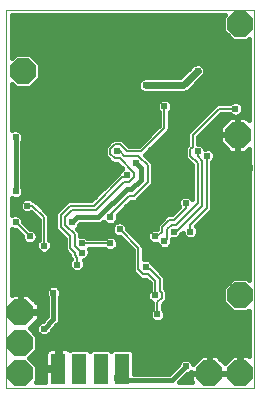
<source format=gbl>
G75*
%MOIN*%
%OFA0B0*%
%FSLAX24Y24*%
%IPPOS*%
%LPD*%
%AMOC8*
5,1,8,0,0,1.08239X$1,22.5*
%
%ADD10C,0.0000*%
%ADD11OC8,0.0850*%
%ADD12R,0.0500X0.1000*%
%ADD13C,0.0160*%
%ADD14C,0.0238*%
%ADD15C,0.0079*%
%ADD16C,0.0240*%
D10*
X001917Y001425D02*
X001917Y014023D01*
X010185Y014023D01*
X010185Y001425D01*
X001917Y001425D01*
D11*
X002389Y001897D03*
X002389Y002921D03*
X002389Y003945D03*
X002468Y011976D03*
X009712Y013551D03*
X009633Y009850D03*
X009712Y004496D03*
X009712Y001897D03*
X008689Y001897D03*
D12*
X005775Y002055D03*
X005067Y002055D03*
X004358Y002055D03*
X003649Y002055D03*
D13*
X003604Y002072D02*
X002954Y002072D01*
X002954Y002131D02*
X002677Y002409D01*
X002954Y002687D01*
X002954Y003155D01*
X002705Y003405D01*
X002994Y003694D01*
X002994Y003925D01*
X002409Y003925D01*
X002409Y003965D01*
X002369Y003965D01*
X002369Y004550D01*
X002139Y004550D01*
X002097Y004508D01*
X002097Y006712D01*
X002180Y006678D01*
X002237Y006678D01*
X002445Y006470D01*
X002445Y006413D01*
X002485Y006318D01*
X002558Y006245D01*
X002653Y006205D01*
X002756Y006205D01*
X002851Y006245D01*
X002924Y006318D01*
X002963Y006413D01*
X002963Y006516D01*
X002924Y006611D01*
X002851Y006684D01*
X002756Y006723D01*
X002699Y006723D01*
X002491Y006931D01*
X002491Y006988D01*
X002452Y007083D01*
X002379Y007156D01*
X002283Y007196D01*
X002180Y007196D01*
X002097Y007161D01*
X002097Y007736D01*
X002180Y007701D01*
X002283Y007701D01*
X002379Y007741D01*
X002452Y007814D01*
X002491Y007909D01*
X002491Y008012D01*
X002452Y008106D01*
X002452Y009626D01*
X002491Y009720D01*
X002491Y009823D01*
X002452Y009918D01*
X002379Y009991D01*
X002283Y010030D01*
X002180Y010030D01*
X002097Y009996D01*
X002097Y011548D01*
X002234Y011411D01*
X002702Y011411D01*
X003033Y011742D01*
X003033Y012210D01*
X002702Y012541D01*
X002234Y012541D01*
X002097Y012404D01*
X002097Y013843D01*
X009206Y013843D01*
X009147Y013785D01*
X009147Y013317D01*
X009478Y012986D01*
X009946Y012986D01*
X010005Y013044D01*
X010005Y010335D01*
X009884Y010455D01*
X009653Y010455D01*
X009653Y009870D01*
X009613Y009870D01*
X009613Y009830D01*
X009028Y009830D01*
X009028Y009600D01*
X009383Y009245D01*
X009613Y009245D01*
X009613Y009830D01*
X009653Y009830D01*
X009653Y009245D01*
X009884Y009245D01*
X010005Y009366D01*
X010005Y005002D01*
X009946Y005061D01*
X009478Y005061D01*
X009147Y004730D01*
X009147Y004262D01*
X009478Y003931D01*
X009946Y003931D01*
X010005Y003989D01*
X010005Y002461D01*
X009963Y002502D01*
X009732Y002502D01*
X009732Y001917D01*
X009692Y001917D01*
X009692Y001877D01*
X009107Y001877D01*
X008709Y001877D01*
X008709Y001917D01*
X009692Y001917D01*
X009692Y002502D01*
X009462Y002502D01*
X009200Y002241D01*
X008939Y002502D01*
X008709Y002502D01*
X008709Y001917D01*
X008669Y001917D01*
X008669Y001877D01*
X008084Y001877D01*
X008084Y001647D01*
X008125Y001605D01*
X007684Y001605D01*
X007954Y001875D01*
X008048Y001914D01*
X008084Y001950D01*
X008084Y001917D01*
X008669Y001917D01*
X008669Y002502D01*
X008438Y002502D01*
X008149Y002213D01*
X008121Y002280D01*
X008048Y002353D01*
X007953Y002393D01*
X007850Y002393D01*
X007754Y002353D01*
X007682Y002280D01*
X007643Y002186D01*
X007338Y001881D01*
X006165Y001881D01*
X006165Y002613D01*
X006083Y002695D01*
X005467Y002695D01*
X005421Y002649D01*
X005375Y002695D01*
X004759Y002695D01*
X004712Y002649D01*
X004666Y002695D01*
X004050Y002695D01*
X004032Y002677D01*
X004010Y002699D01*
X003969Y002723D01*
X003923Y002735D01*
X003694Y002735D01*
X003694Y002100D01*
X003604Y002100D01*
X003604Y002010D01*
X003219Y002010D01*
X003219Y001605D01*
X002896Y001605D01*
X002954Y001663D01*
X002954Y002131D01*
X002855Y002231D02*
X003219Y002231D01*
X003219Y002100D02*
X003604Y002100D01*
X003604Y002735D01*
X003376Y002735D01*
X003330Y002723D01*
X003289Y002699D01*
X003255Y002665D01*
X003231Y002624D01*
X003219Y002579D01*
X003219Y002100D01*
X003219Y001914D02*
X002954Y001914D01*
X002954Y001755D02*
X003219Y001755D01*
X003219Y002389D02*
X002697Y002389D01*
X002815Y002548D02*
X003219Y002548D01*
X003301Y002706D02*
X002954Y002706D01*
X002954Y002865D02*
X010005Y002865D01*
X010005Y003023D02*
X002954Y003023D01*
X002928Y003182D02*
X003022Y003182D01*
X003030Y003174D02*
X003125Y003134D01*
X003228Y003134D01*
X003324Y003174D01*
X003396Y003247D01*
X003435Y003341D01*
X003712Y003617D01*
X003712Y004429D01*
X003751Y004523D01*
X003751Y004626D01*
X003711Y004721D01*
X003638Y004794D01*
X003543Y004834D01*
X003440Y004834D01*
X003345Y004794D01*
X003272Y004721D01*
X003233Y004626D01*
X003233Y004523D01*
X003272Y004429D01*
X003272Y003800D01*
X003124Y003652D01*
X003030Y003613D01*
X002957Y003540D01*
X002918Y003445D01*
X002918Y003342D01*
X002957Y003247D01*
X003030Y003174D01*
X002918Y003340D02*
X002769Y003340D01*
X002799Y003499D02*
X002940Y003499D01*
X002958Y003657D02*
X003129Y003657D01*
X002994Y003816D02*
X003272Y003816D01*
X003272Y003974D02*
X002994Y003974D01*
X002994Y003965D02*
X002994Y004195D01*
X002640Y004550D01*
X002409Y004550D01*
X002409Y003965D01*
X002994Y003965D01*
X002994Y004133D02*
X003272Y004133D01*
X003272Y004291D02*
X002898Y004291D01*
X002740Y004450D02*
X003263Y004450D01*
X003233Y004608D02*
X002097Y004608D01*
X002097Y004767D02*
X003318Y004767D01*
X003492Y004575D02*
X003492Y003708D01*
X003177Y003393D01*
X003331Y003182D02*
X010005Y003182D01*
X010005Y003340D02*
X003435Y003340D01*
X003593Y003499D02*
X010005Y003499D01*
X010005Y003657D02*
X007114Y003657D01*
X007103Y003646D02*
X007176Y003719D01*
X007215Y003814D01*
X007215Y003917D01*
X007176Y004013D01*
X007136Y004053D01*
X007136Y004185D01*
X007188Y004238D01*
X007293Y004343D01*
X007293Y004649D01*
X007214Y004728D01*
X007214Y005121D01*
X006899Y005436D01*
X006806Y005529D01*
X006782Y005587D01*
X006709Y005660D01*
X006614Y005700D01*
X006511Y005700D01*
X006506Y005698D01*
X006506Y006145D01*
X005956Y006695D01*
X005956Y006752D01*
X005916Y006847D01*
X005843Y006920D01*
X005748Y006960D01*
X005645Y006960D01*
X005591Y006937D01*
X005601Y006947D01*
X005641Y007043D01*
X005641Y007146D01*
X005631Y007169D01*
X006086Y007624D01*
X006243Y007624D01*
X006348Y007729D01*
X006821Y008201D01*
X006821Y008901D01*
X006716Y009006D01*
X006541Y009181D01*
X007267Y009907D01*
X007372Y010012D01*
X007372Y010608D01*
X007412Y010648D01*
X007452Y010743D01*
X007452Y010847D01*
X007412Y010942D01*
X007339Y011015D01*
X007244Y011054D01*
X007141Y011054D01*
X007046Y011015D01*
X006973Y010942D01*
X006933Y010847D01*
X006933Y010743D01*
X006973Y010648D01*
X007013Y010608D01*
X007013Y010161D01*
X006331Y009478D01*
X006007Y009478D01*
X005771Y009715D01*
X005465Y009715D01*
X005360Y009609D01*
X005307Y009557D01*
X005202Y009452D01*
X005202Y009146D01*
X005360Y008988D01*
X005465Y008883D01*
X005622Y008883D01*
X005780Y008725D01*
X005713Y008658D01*
X005689Y008600D01*
X005596Y008507D01*
X004756Y007667D01*
X003969Y007667D01*
X003654Y007352D01*
X003549Y007247D01*
X003549Y006705D01*
X003654Y006600D01*
X003864Y006390D01*
X003864Y005996D01*
X003969Y005891D01*
X004021Y005839D01*
X004021Y005760D01*
X004087Y005694D01*
X004060Y005666D01*
X004020Y005571D01*
X004020Y005468D01*
X004060Y005373D01*
X004132Y005300D01*
X004228Y005260D01*
X004331Y005260D01*
X004426Y005300D01*
X004499Y005373D01*
X004538Y005468D01*
X004538Y005571D01*
X004501Y005660D01*
X004583Y005694D01*
X004656Y005766D01*
X004696Y005862D01*
X004696Y005965D01*
X004661Y006049D01*
X005195Y006049D01*
X005235Y006008D01*
X005330Y005969D01*
X005433Y005969D01*
X005528Y006008D01*
X005601Y006081D01*
X005641Y006177D01*
X005641Y006280D01*
X005601Y006375D01*
X005528Y006448D01*
X005433Y006487D01*
X005330Y006487D01*
X005235Y006448D01*
X005195Y006407D01*
X004624Y006407D01*
X004583Y006448D01*
X004488Y006487D01*
X004385Y006487D01*
X004380Y006485D01*
X004380Y006617D01*
X004275Y006722D01*
X004274Y006723D01*
X004341Y006790D01*
X004376Y006874D01*
X005079Y006874D01*
X005159Y006954D01*
X005162Y006947D01*
X005235Y006875D01*
X005330Y006835D01*
X005433Y006835D01*
X005487Y006858D01*
X005477Y006847D01*
X005437Y006752D01*
X005437Y006649D01*
X005477Y006554D01*
X005550Y006481D01*
X005645Y006441D01*
X005702Y006441D01*
X006147Y005996D01*
X006147Y005288D01*
X006252Y005183D01*
X006410Y005025D01*
X006567Y005025D01*
X006698Y004894D01*
X006698Y004683D01*
X006658Y004643D01*
X006619Y004547D01*
X006619Y004444D01*
X006658Y004349D01*
X006731Y004276D01*
X006777Y004257D01*
X006777Y004053D01*
X006737Y004013D01*
X006697Y003917D01*
X006697Y003814D01*
X006737Y003719D01*
X006810Y003646D01*
X006905Y003607D01*
X007008Y003607D01*
X007103Y003646D01*
X007215Y003816D02*
X010005Y003816D01*
X009990Y003974D02*
X010005Y003974D01*
X009435Y003974D02*
X007192Y003974D01*
X007136Y004133D02*
X009276Y004133D01*
X009147Y004291D02*
X007242Y004291D01*
X007293Y004450D02*
X009147Y004450D01*
X009147Y004608D02*
X007293Y004608D01*
X007214Y004767D02*
X009184Y004767D01*
X009343Y004925D02*
X007214Y004925D01*
X007214Y005084D02*
X010005Y005084D01*
X010005Y005242D02*
X007093Y005242D01*
X006935Y005401D02*
X010005Y005401D01*
X010005Y005559D02*
X006794Y005559D01*
X006506Y005718D02*
X010005Y005718D01*
X010005Y005876D02*
X006506Y005876D01*
X006506Y006035D02*
X010005Y006035D01*
X010005Y006193D02*
X007426Y006193D01*
X007412Y006160D02*
X007452Y006255D01*
X007452Y006358D01*
X007451Y006361D01*
X007451Y006365D01*
X007456Y006363D01*
X007559Y006363D01*
X007654Y006402D01*
X007727Y006475D01*
X007751Y006533D01*
X007766Y006547D01*
X007800Y006582D01*
X007800Y006570D01*
X007839Y006475D01*
X007912Y006402D01*
X008007Y006363D01*
X008110Y006363D01*
X008205Y006402D01*
X008278Y006475D01*
X008318Y006570D01*
X008318Y006673D01*
X008278Y006769D01*
X008251Y006796D01*
X008789Y007335D01*
X008789Y008954D01*
X008829Y008995D01*
X008869Y009090D01*
X008869Y009193D01*
X008829Y009288D01*
X008757Y009361D01*
X008661Y009401D01*
X008558Y009401D01*
X008537Y009392D01*
X008514Y009446D01*
X008442Y009519D01*
X008346Y009558D01*
X008317Y009558D01*
X008317Y009776D01*
X009078Y010537D01*
X009368Y010537D01*
X009408Y010497D01*
X009503Y010457D01*
X009606Y010457D01*
X009701Y010497D01*
X009774Y010570D01*
X009814Y010665D01*
X009814Y010768D01*
X009774Y010863D01*
X009701Y010936D01*
X009606Y010975D01*
X009503Y010975D01*
X009408Y010936D01*
X009368Y010896D01*
X008929Y010896D01*
X008063Y010030D01*
X007958Y009924D01*
X007958Y009531D01*
X007879Y009452D01*
X007879Y009067D01*
X008116Y008831D01*
X008116Y007719D01*
X008048Y007786D01*
X007953Y007826D01*
X007850Y007826D01*
X007754Y007786D01*
X007682Y007713D01*
X007642Y007618D01*
X007642Y007515D01*
X007675Y007436D01*
X007433Y007195D01*
X007276Y007195D01*
X007039Y006959D01*
X006934Y006854D01*
X006934Y006721D01*
X006929Y006723D01*
X006826Y006723D01*
X006731Y006684D01*
X006658Y006611D01*
X006619Y006516D01*
X006619Y006413D01*
X006658Y006318D01*
X006731Y006245D01*
X006826Y006205D01*
X006929Y006205D01*
X006951Y006214D01*
X006973Y006160D01*
X007046Y006087D01*
X007141Y006048D01*
X007244Y006048D01*
X007339Y006087D01*
X007412Y006160D01*
X007452Y006352D02*
X010005Y006352D01*
X010005Y006510D02*
X008293Y006510D01*
X008318Y006669D02*
X010005Y006669D01*
X010005Y006827D02*
X008282Y006827D01*
X008440Y006986D02*
X010005Y006986D01*
X010005Y007144D02*
X008599Y007144D01*
X008757Y007303D02*
X010005Y007303D01*
X010005Y007461D02*
X008789Y007461D01*
X008789Y007620D02*
X010005Y007620D01*
X010005Y007778D02*
X008789Y007778D01*
X008789Y007937D02*
X010005Y007937D01*
X010005Y008095D02*
X008789Y008095D01*
X008789Y008254D02*
X010005Y008254D01*
X010005Y008412D02*
X008789Y008412D01*
X008789Y008571D02*
X010005Y008571D01*
X010005Y008729D02*
X008789Y008729D01*
X008789Y008888D02*
X010005Y008888D01*
X010005Y009046D02*
X008851Y009046D01*
X008864Y009205D02*
X010005Y009205D01*
X010002Y009363D02*
X010005Y009363D01*
X009653Y009363D02*
X009613Y009363D01*
X009613Y009522D02*
X009653Y009522D01*
X009653Y009680D02*
X009613Y009680D01*
X009613Y009839D02*
X008380Y009839D01*
X008317Y009680D02*
X009028Y009680D01*
X009106Y009522D02*
X008434Y009522D01*
X008751Y009363D02*
X009265Y009363D01*
X009028Y009870D02*
X009613Y009870D01*
X009613Y010455D01*
X009383Y010455D01*
X009028Y010101D01*
X009028Y009870D01*
X009028Y009997D02*
X008538Y009997D01*
X008697Y010156D02*
X009083Y010156D01*
X009242Y010314D02*
X008855Y010314D01*
X009014Y010473D02*
X009466Y010473D01*
X009644Y010473D02*
X010005Y010473D01*
X010005Y010631D02*
X009800Y010631D01*
X009805Y010790D02*
X010005Y010790D01*
X010005Y010948D02*
X009672Y010948D01*
X009438Y010948D02*
X007406Y010948D01*
X007452Y010790D02*
X008823Y010790D01*
X008665Y010631D02*
X007395Y010631D01*
X007372Y010473D02*
X008506Y010473D01*
X008348Y010314D02*
X007372Y010314D01*
X007372Y010156D02*
X008189Y010156D01*
X008031Y009997D02*
X007357Y009997D01*
X007199Y009839D02*
X007958Y009839D01*
X007958Y009680D02*
X007040Y009680D01*
X006882Y009522D02*
X007949Y009522D01*
X007879Y009363D02*
X006723Y009363D01*
X006565Y009205D02*
X007879Y009205D01*
X007900Y009046D02*
X006675Y009046D01*
X006821Y008888D02*
X008059Y008888D01*
X008116Y008729D02*
X006821Y008729D01*
X006821Y008571D02*
X008116Y008571D01*
X008116Y008412D02*
X006821Y008412D01*
X006821Y008254D02*
X008116Y008254D01*
X008116Y008095D02*
X006715Y008095D01*
X006556Y007937D02*
X008116Y007937D01*
X008116Y007778D02*
X008056Y007778D01*
X007746Y007778D02*
X006398Y007778D01*
X006082Y007620D02*
X007643Y007620D01*
X007664Y007461D02*
X005923Y007461D01*
X005765Y007303D02*
X007541Y007303D01*
X007225Y007144D02*
X005641Y007144D01*
X005617Y006986D02*
X007067Y006986D01*
X006934Y006827D02*
X005924Y006827D01*
X005982Y006669D02*
X006716Y006669D01*
X006619Y006510D02*
X006140Y006510D01*
X006299Y006352D02*
X006644Y006352D01*
X006457Y006193D02*
X006959Y006193D01*
X007742Y006510D02*
X007824Y006510D01*
X006667Y004925D02*
X002097Y004925D01*
X002097Y005084D02*
X006351Y005084D01*
X006192Y005242D02*
X002097Y005242D01*
X002097Y005401D02*
X004048Y005401D01*
X004020Y005559D02*
X002097Y005559D01*
X002097Y005718D02*
X004063Y005718D01*
X003984Y005876D02*
X002097Y005876D01*
X002097Y006035D02*
X002944Y006035D01*
X002957Y006003D02*
X003030Y005930D01*
X003125Y005890D01*
X003228Y005890D01*
X003324Y005930D01*
X003396Y006003D01*
X003436Y006098D01*
X003436Y006201D01*
X003396Y006296D01*
X003356Y006336D01*
X003356Y007169D01*
X002962Y007562D01*
X002962Y007562D01*
X002857Y007667D01*
X002813Y007667D01*
X002772Y007708D01*
X002677Y007747D01*
X002574Y007747D01*
X002479Y007708D01*
X002406Y007635D01*
X002367Y007539D01*
X002367Y007436D01*
X002406Y007341D01*
X002479Y007268D01*
X002574Y007229D01*
X002677Y007229D01*
X002756Y007261D01*
X002997Y007020D01*
X002997Y006336D01*
X002957Y006296D01*
X002918Y006201D01*
X002918Y006098D01*
X002957Y006003D01*
X002918Y006193D02*
X002097Y006193D01*
X002097Y006352D02*
X002471Y006352D01*
X002405Y006510D02*
X002097Y006510D01*
X002097Y006669D02*
X002246Y006669D01*
X002491Y006986D02*
X002997Y006986D01*
X002997Y006827D02*
X002595Y006827D01*
X002866Y006669D02*
X002997Y006669D01*
X002997Y006510D02*
X002963Y006510D01*
X002938Y006352D02*
X002997Y006352D01*
X003356Y006352D02*
X003864Y006352D01*
X003864Y006193D02*
X003436Y006193D01*
X003410Y006035D02*
X003864Y006035D01*
X003743Y006510D02*
X003356Y006510D01*
X003356Y006669D02*
X003585Y006669D01*
X003549Y006827D02*
X003356Y006827D01*
X003356Y006986D02*
X003549Y006986D01*
X003549Y007144D02*
X003356Y007144D01*
X003222Y007303D02*
X003604Y007303D01*
X003654Y007352D02*
X003654Y007352D01*
X003763Y007461D02*
X003063Y007461D01*
X002905Y007620D02*
X003921Y007620D01*
X004279Y007094D02*
X004988Y007094D01*
X005933Y008039D01*
X006090Y008039D01*
X006405Y008354D01*
X006405Y008748D01*
X006248Y008905D01*
X005776Y008729D02*
X002452Y008729D01*
X002452Y008571D02*
X005659Y008571D01*
X005501Y008412D02*
X002452Y008412D01*
X002452Y008254D02*
X005342Y008254D01*
X005184Y008095D02*
X002456Y008095D01*
X002491Y007937D02*
X005025Y007937D01*
X004867Y007778D02*
X002416Y007778D01*
X002400Y007620D02*
X002097Y007620D01*
X002097Y007461D02*
X002367Y007461D01*
X002444Y007303D02*
X002097Y007303D01*
X002391Y007144D02*
X002873Y007144D01*
X002232Y007960D02*
X002232Y009771D01*
X002100Y009997D02*
X002097Y009997D01*
X002097Y010156D02*
X007008Y010156D01*
X007013Y010314D02*
X002097Y010314D01*
X002097Y010473D02*
X007013Y010473D01*
X006990Y010631D02*
X002097Y010631D01*
X002097Y010790D02*
X006933Y010790D01*
X006979Y010948D02*
X002097Y010948D01*
X002097Y011107D02*
X010005Y011107D01*
X010005Y011265D02*
X007926Y011265D01*
X007970Y011283D02*
X007874Y011244D01*
X006511Y011244D01*
X006415Y011283D01*
X006342Y011356D01*
X006303Y011452D01*
X006303Y011555D01*
X006342Y011651D01*
X006415Y011724D01*
X006511Y011764D01*
X007715Y011764D01*
X008148Y012197D01*
X008243Y012236D01*
X008347Y012236D01*
X008442Y012197D01*
X008515Y012123D01*
X008555Y012028D01*
X008555Y011924D01*
X008515Y011829D01*
X007970Y011283D01*
X008110Y011424D02*
X010005Y011424D01*
X010005Y011582D02*
X008269Y011582D01*
X008427Y011741D02*
X010005Y011741D01*
X010005Y011899D02*
X008544Y011899D01*
X008543Y012058D02*
X010005Y012058D01*
X010005Y012216D02*
X008395Y012216D01*
X008195Y012216D02*
X003027Y012216D01*
X003033Y012058D02*
X008009Y012058D01*
X007850Y011899D02*
X003033Y011899D01*
X003032Y011741D02*
X006455Y011741D01*
X006314Y011582D02*
X002873Y011582D01*
X002715Y011424D02*
X006314Y011424D01*
X006459Y011265D02*
X002097Y011265D01*
X002097Y011424D02*
X002221Y011424D01*
X002869Y012375D02*
X010005Y012375D01*
X010005Y012533D02*
X002710Y012533D01*
X002226Y012533D02*
X002097Y012533D01*
X002097Y012692D02*
X010005Y012692D01*
X010005Y012850D02*
X002097Y012850D01*
X002097Y013009D02*
X009455Y013009D01*
X009297Y013167D02*
X002097Y013167D01*
X002097Y013326D02*
X009147Y013326D01*
X009147Y013484D02*
X002097Y013484D01*
X002097Y013643D02*
X009147Y013643D01*
X009163Y013801D02*
X002097Y013801D01*
X002364Y009997D02*
X006850Y009997D01*
X006691Y009839D02*
X002484Y009839D01*
X002475Y009680D02*
X005430Y009680D01*
X005360Y009609D02*
X005360Y009609D01*
X005272Y009522D02*
X002452Y009522D01*
X002452Y009363D02*
X005202Y009363D01*
X005202Y009205D02*
X002452Y009205D01*
X002452Y009046D02*
X005302Y009046D01*
X005460Y008888D02*
X002452Y008888D01*
X004279Y007094D02*
X004122Y006937D01*
X004357Y006827D02*
X005469Y006827D01*
X005437Y006669D02*
X004328Y006669D01*
X004380Y006510D02*
X005520Y006510D01*
X005611Y006352D02*
X005792Y006352D01*
X005641Y006193D02*
X005950Y006193D01*
X006109Y006035D02*
X005554Y006035D01*
X005209Y006035D02*
X004667Y006035D01*
X004696Y005876D02*
X006147Y005876D01*
X006147Y005718D02*
X004608Y005718D01*
X004538Y005559D02*
X006147Y005559D01*
X006147Y005401D02*
X004510Y005401D01*
X003751Y004608D02*
X006644Y004608D01*
X006619Y004450D02*
X003720Y004450D01*
X003712Y004291D02*
X006716Y004291D01*
X006777Y004133D02*
X003712Y004133D01*
X003712Y003974D02*
X006721Y003974D01*
X006697Y003816D02*
X003712Y003816D01*
X003712Y003657D02*
X006799Y003657D01*
X006698Y004767D02*
X003666Y004767D01*
X002409Y004450D02*
X002369Y004450D01*
X002369Y004291D02*
X002409Y004291D01*
X002409Y004133D02*
X002369Y004133D01*
X002369Y003974D02*
X002409Y003974D01*
X003604Y002706D02*
X003694Y002706D01*
X003694Y002548D02*
X003604Y002548D01*
X003604Y002389D02*
X003694Y002389D01*
X003694Y002231D02*
X003604Y002231D01*
X003997Y002706D02*
X010005Y002706D01*
X010005Y002548D02*
X006165Y002548D01*
X006165Y002389D02*
X007841Y002389D01*
X007961Y002389D02*
X008325Y002389D01*
X008166Y002231D02*
X008141Y002231D01*
X008047Y001914D02*
X008669Y001914D01*
X008709Y001914D02*
X009692Y001914D01*
X009692Y002072D02*
X009732Y002072D01*
X009732Y002231D02*
X009692Y002231D01*
X009692Y002389D02*
X009732Y002389D01*
X009348Y002389D02*
X009052Y002389D01*
X008709Y002389D02*
X008669Y002389D01*
X008669Y002231D02*
X008709Y002231D01*
X008709Y002072D02*
X008669Y002072D01*
X008084Y001755D02*
X007834Y001755D01*
X007901Y002134D02*
X007429Y001661D01*
X005696Y001661D01*
X005618Y001740D01*
X005775Y001897D01*
X005775Y002055D01*
X006165Y002072D02*
X007529Y002072D01*
X007661Y002231D02*
X006165Y002231D01*
X006165Y001914D02*
X007370Y001914D01*
X005067Y001819D02*
X005067Y002055D01*
X004437Y001976D02*
X004358Y002055D01*
X005964Y009522D02*
X006374Y009522D01*
X006533Y009680D02*
X005805Y009680D01*
X009613Y009997D02*
X009653Y009997D01*
X009653Y010156D02*
X009613Y010156D01*
X009613Y010314D02*
X009653Y010314D01*
X009969Y013009D02*
X010005Y013009D01*
D14*
X008767Y013393D03*
X008689Y012606D03*
X008295Y011976D03*
X007822Y012055D03*
X007193Y012055D03*
X006563Y011504D03*
X006799Y010795D03*
X007193Y010795D03*
X007507Y011110D03*
X008137Y010559D03*
X007665Y009929D03*
X007665Y009063D03*
X008295Y009299D03*
X008610Y009141D03*
X008925Y008748D03*
X009476Y008748D03*
X010027Y008748D03*
X009161Y010480D03*
X009555Y010716D03*
X009161Y011031D03*
X007901Y007567D03*
X007507Y007645D03*
X006956Y007645D03*
X007507Y006622D03*
X007193Y006307D03*
X006878Y006464D03*
X006563Y005441D03*
X006878Y004496D03*
X006956Y003866D03*
X007271Y003315D03*
X007980Y003551D03*
X008767Y002842D03*
X007980Y001740D03*
X007901Y002134D03*
X007350Y002212D03*
X006878Y001976D03*
X005618Y001740D03*
X005067Y001819D03*
X004437Y001976D03*
X004437Y002842D03*
X004909Y003472D03*
X005224Y002842D03*
X004752Y004338D03*
X004279Y005519D03*
X004437Y005913D03*
X004437Y006228D03*
X004122Y006937D03*
X004122Y007724D03*
X003649Y007803D03*
X003256Y007567D03*
X002626Y007488D03*
X002232Y007960D03*
X002704Y008827D03*
X002704Y009378D03*
X002232Y009771D03*
X003649Y009456D03*
X004909Y010638D03*
X005381Y010401D03*
X005381Y009693D03*
X005618Y009299D03*
X006248Y008905D03*
X005933Y008512D03*
X005381Y007094D03*
X005696Y006701D03*
X005381Y006228D03*
X004752Y007724D03*
X003177Y006149D03*
X002704Y006464D03*
X002232Y006937D03*
X002862Y004968D03*
X002941Y004496D03*
X003492Y004575D03*
X003177Y003393D03*
X002232Y004653D03*
X003098Y001740D03*
X007822Y006307D03*
X008059Y006622D03*
X009161Y005992D03*
X005381Y011189D03*
X004909Y011582D03*
X004043Y013236D03*
X004279Y013708D03*
X004909Y013708D03*
X002783Y013630D03*
X002232Y013630D03*
D15*
X005539Y009535D02*
X005381Y009378D01*
X005381Y009220D01*
X005539Y009063D01*
X005696Y009063D01*
X006169Y008590D01*
X006169Y008433D01*
X006011Y008275D01*
X005854Y008275D01*
X004909Y007330D01*
X004122Y007330D01*
X003885Y007094D01*
X003885Y006858D01*
X004200Y006543D01*
X004200Y006149D01*
X004437Y005913D01*
X004279Y005756D02*
X004200Y005834D01*
X004200Y005913D01*
X004043Y006071D01*
X004043Y006464D01*
X003728Y006779D01*
X003728Y007173D01*
X004043Y007488D01*
X004830Y007488D01*
X005775Y008433D01*
X005854Y008433D01*
X005933Y008512D01*
X005854Y009141D02*
X006326Y009141D01*
X006641Y008827D01*
X006641Y008275D01*
X006169Y007803D01*
X006011Y007803D01*
X005381Y007173D01*
X005381Y007094D01*
X005696Y006701D02*
X006326Y006071D01*
X006326Y005362D01*
X006484Y005204D01*
X006641Y005204D01*
X006878Y004968D01*
X006878Y004496D01*
X007035Y004653D02*
X007035Y005047D01*
X006720Y005362D01*
X006641Y005362D01*
X006563Y005441D01*
X007035Y004653D02*
X007114Y004575D01*
X007114Y004417D01*
X006956Y004260D01*
X006956Y003866D01*
X007193Y006307D02*
X007271Y006386D01*
X007271Y006701D01*
X007429Y006858D01*
X007586Y006858D01*
X008295Y007567D01*
X008295Y008905D01*
X008059Y009141D01*
X008059Y009378D01*
X008137Y009456D01*
X008137Y009850D01*
X009004Y010716D01*
X009555Y010716D01*
X008610Y009141D02*
X008610Y007409D01*
X008059Y006858D01*
X008059Y006622D01*
X007586Y006622D02*
X008452Y007488D01*
X008452Y008984D01*
X008295Y009141D01*
X008295Y009299D01*
X007193Y010086D02*
X007193Y010795D01*
X007193Y010086D02*
X006405Y009299D01*
X005933Y009299D01*
X005696Y009535D01*
X005539Y009535D01*
X005618Y009299D02*
X005696Y009299D01*
X005854Y009141D01*
X007350Y007015D02*
X007114Y006779D01*
X007114Y006622D01*
X006956Y006464D01*
X006878Y006464D01*
X007350Y007015D02*
X007507Y007015D01*
X007901Y007409D01*
X007901Y007567D01*
X007586Y006622D02*
X007507Y006622D01*
X005381Y006228D02*
X004437Y006228D01*
X004279Y005756D02*
X004279Y005519D01*
X003177Y006149D02*
X003177Y007094D01*
X002783Y007488D01*
X002626Y007488D01*
X002232Y006937D02*
X002704Y006464D01*
D16*
X006563Y011504D02*
X007822Y011504D01*
X008295Y011976D01*
M02*

</source>
